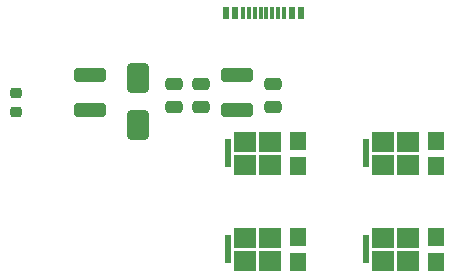
<source format=gtp>
G04 #@! TF.GenerationSoftware,KiCad,Pcbnew,7.0.5*
G04 #@! TF.CreationDate,2024-02-25T22:15:05+02:00*
G04 #@! TF.ProjectId,WTP_receiver,5754505f-7265-4636-9569-7665722e6b69,rev?*
G04 #@! TF.SameCoordinates,Original*
G04 #@! TF.FileFunction,Paste,Top*
G04 #@! TF.FilePolarity,Positive*
%FSLAX46Y46*%
G04 Gerber Fmt 4.6, Leading zero omitted, Abs format (unit mm)*
G04 Created by KiCad (PCBNEW 7.0.5) date 2024-02-25 22:15:05*
%MOMM*%
%LPD*%
G01*
G04 APERTURE LIST*
G04 Aperture macros list*
%AMRoundRect*
0 Rectangle with rounded corners*
0 $1 Rounding radius*
0 $2 $3 $4 $5 $6 $7 $8 $9 X,Y pos of 4 corners*
0 Add a 4 corners polygon primitive as box body*
4,1,4,$2,$3,$4,$5,$6,$7,$8,$9,$2,$3,0*
0 Add four circle primitives for the rounded corners*
1,1,$1+$1,$2,$3*
1,1,$1+$1,$4,$5*
1,1,$1+$1,$6,$7*
1,1,$1+$1,$8,$9*
0 Add four rect primitives between the rounded corners*
20,1,$1+$1,$2,$3,$4,$5,0*
20,1,$1+$1,$4,$5,$6,$7,0*
20,1,$1+$1,$6,$7,$8,$9,0*
20,1,$1+$1,$8,$9,$2,$3,0*%
G04 Aperture macros list end*
%ADD10R,0.600000X1.140000*%
%ADD11R,0.300000X1.140000*%
%ADD12R,0.600000X2.400000*%
%ADD13R,1.900000X1.700000*%
%ADD14R,1.440000X1.600000*%
%ADD15RoundRect,0.250000X1.100000X-0.325000X1.100000X0.325000X-1.100000X0.325000X-1.100000X-0.325000X0*%
%ADD16RoundRect,0.250000X-0.650000X1.000000X-0.650000X-1.000000X0.650000X-1.000000X0.650000X1.000000X0*%
%ADD17RoundRect,0.250000X0.475000X-0.250000X0.475000X0.250000X-0.475000X0.250000X-0.475000X-0.250000X0*%
%ADD18RoundRect,0.225000X0.250000X-0.225000X0.250000X0.225000X-0.250000X0.225000X-0.250000X-0.225000X0*%
G04 APERTURE END LIST*
D10*
X78719250Y-23275000D03*
X79519250Y-23275000D03*
D11*
X80169250Y-23275000D03*
X80669250Y-23275000D03*
X81169250Y-23275000D03*
X81669250Y-23275000D03*
X83669250Y-23275000D03*
X83169250Y-23275000D03*
X82669250Y-23275000D03*
X82169250Y-23275000D03*
D10*
X84319250Y-23275000D03*
X85119250Y-23275000D03*
D12*
X78932000Y-35142000D03*
D13*
X80382000Y-34192000D03*
X80382000Y-36092000D03*
X82482000Y-34192000D03*
X82482000Y-36092000D03*
D14*
X84862000Y-36207000D03*
X84862000Y-34077000D03*
D15*
X79678000Y-31461000D03*
X79678000Y-28511000D03*
D16*
X71300000Y-28750000D03*
X71300000Y-32750000D03*
D15*
X67200000Y-31475000D03*
X67200000Y-28525000D03*
D17*
X74344000Y-31190000D03*
X74344000Y-29290000D03*
X82726000Y-31190000D03*
X82726000Y-29290000D03*
X76630000Y-31190000D03*
X76630000Y-29290000D03*
D12*
X90616000Y-35142000D03*
D13*
X92066000Y-34192000D03*
X92066000Y-36092000D03*
X94166000Y-34192000D03*
X94166000Y-36092000D03*
D14*
X96546000Y-36207000D03*
X96546000Y-34077000D03*
D18*
X61000000Y-31603000D03*
X61000000Y-30053000D03*
D12*
X78932000Y-43270000D03*
D13*
X80382000Y-42320000D03*
X80382000Y-44220000D03*
X82482000Y-42320000D03*
X82482000Y-44220000D03*
D14*
X84862000Y-44335000D03*
X84862000Y-42205000D03*
D12*
X90616000Y-43270000D03*
D13*
X92066000Y-42320000D03*
X92066000Y-44220000D03*
X94166000Y-42320000D03*
X94166000Y-44220000D03*
D14*
X96546000Y-44335000D03*
X96546000Y-42205000D03*
M02*

</source>
